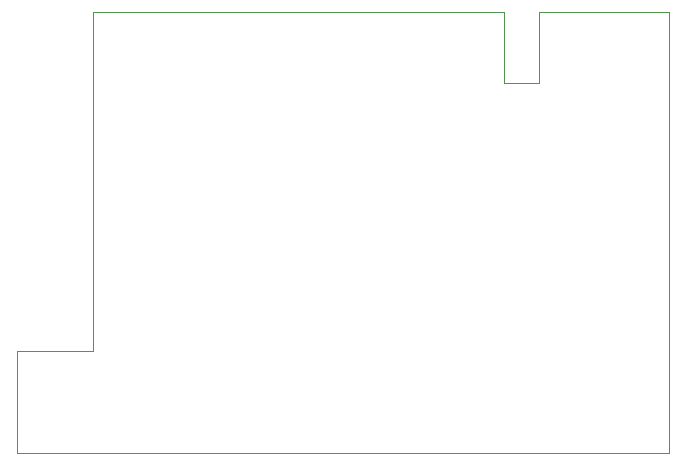
<source format=gbr>
%TF.GenerationSoftware,KiCad,Pcbnew,7.0.10-7.0.10~ubuntu22.04.1*%
%TF.CreationDate,2024-01-13T04:47:40-07:00*%
%TF.ProjectId,HIDHopper_Hub_Hat,48494448-6f70-4706-9572-5f4875625f48,rev?*%
%TF.SameCoordinates,Original*%
%TF.FileFunction,Profile,NP*%
%FSLAX46Y46*%
G04 Gerber Fmt 4.6, Leading zero omitted, Abs format (unit mm)*
G04 Created by KiCad (PCBNEW 7.0.10-7.0.10~ubuntu22.04.1) date 2024-01-13 04:47:40*
%MOMM*%
%LPD*%
G01*
G04 APERTURE LIST*
%TA.AperFunction,Profile*%
%ADD10C,0.100000*%
%TD*%
G04 APERTURE END LIST*
D10*
X178550000Y-70280000D02*
X181550000Y-70280000D01*
X192550000Y-101630000D02*
X192550000Y-64230000D01*
X143810000Y-64240000D02*
X178550000Y-64240000D01*
X137340000Y-101630000D02*
X192550000Y-101630000D01*
X192550000Y-64230000D02*
X181550000Y-64230000D01*
X181550000Y-70280000D02*
X181550000Y-64230000D01*
X137340000Y-101630000D02*
X137340000Y-92960000D01*
X143810000Y-92960000D02*
X137340000Y-92960000D01*
X143810000Y-92960000D02*
X143810000Y-64240000D01*
X178550000Y-64240000D02*
X178550000Y-70280000D01*
M02*

</source>
